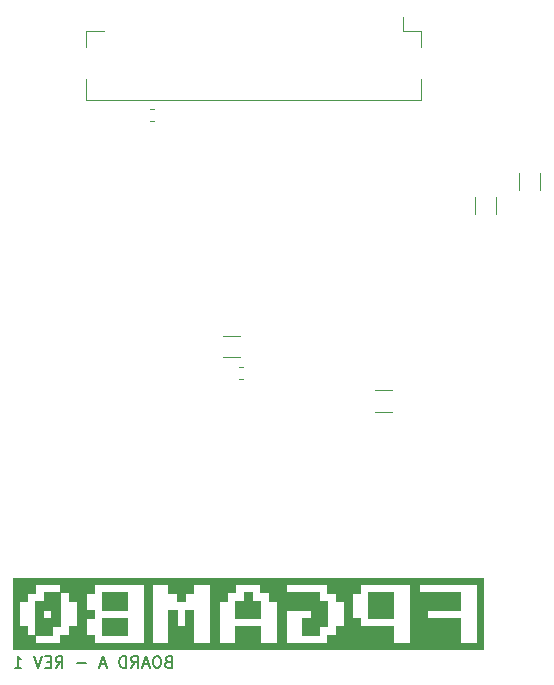
<source format=gbo>
G04 #@! TF.GenerationSoftware,KiCad,Pcbnew,(5.1.10-1-10_14)*
G04 #@! TF.CreationDate,2021-07-08T16:42:05+02:00*
G04 #@! TF.ProjectId,gb-fpga,67622d66-7067-4612-9e6b-696361645f70,rev?*
G04 #@! TF.SameCoordinates,Original*
G04 #@! TF.FileFunction,Legend,Bot*
G04 #@! TF.FilePolarity,Positive*
%FSLAX46Y46*%
G04 Gerber Fmt 4.6, Leading zero omitted, Abs format (unit mm)*
G04 Created by KiCad (PCBNEW (5.1.10-1-10_14)) date 2021-07-08 16:42:05*
%MOMM*%
%LPD*%
G01*
G04 APERTURE LIST*
%ADD10C,0.150000*%
%ADD11C,0.010000*%
%ADD12C,0.120000*%
G04 APERTURE END LIST*
D10*
X33267976Y17921428D02*
X33125119Y17873809D01*
X33077500Y17826190D01*
X33029880Y17730952D01*
X33029880Y17588095D01*
X33077500Y17492857D01*
X33125119Y17445238D01*
X33220357Y17397619D01*
X33601309Y17397619D01*
X33601309Y18397619D01*
X33267976Y18397619D01*
X33172738Y18350000D01*
X33125119Y18302380D01*
X33077500Y18207142D01*
X33077500Y18111904D01*
X33125119Y18016666D01*
X33172738Y17969047D01*
X33267976Y17921428D01*
X33601309Y17921428D01*
X32410833Y18397619D02*
X32220357Y18397619D01*
X32125119Y18350000D01*
X32029880Y18254761D01*
X31982261Y18064285D01*
X31982261Y17730952D01*
X32029880Y17540476D01*
X32125119Y17445238D01*
X32220357Y17397619D01*
X32410833Y17397619D01*
X32506071Y17445238D01*
X32601309Y17540476D01*
X32648928Y17730952D01*
X32648928Y18064285D01*
X32601309Y18254761D01*
X32506071Y18350000D01*
X32410833Y18397619D01*
X31601309Y17683333D02*
X31125119Y17683333D01*
X31696547Y17397619D02*
X31363214Y18397619D01*
X31029880Y17397619D01*
X30125119Y17397619D02*
X30458452Y17873809D01*
X30696547Y17397619D02*
X30696547Y18397619D01*
X30315595Y18397619D01*
X30220357Y18350000D01*
X30172738Y18302380D01*
X30125119Y18207142D01*
X30125119Y18064285D01*
X30172738Y17969047D01*
X30220357Y17921428D01*
X30315595Y17873809D01*
X30696547Y17873809D01*
X29696547Y17397619D02*
X29696547Y18397619D01*
X29458452Y18397619D01*
X29315595Y18350000D01*
X29220357Y18254761D01*
X29172738Y18159523D01*
X29125119Y17969047D01*
X29125119Y17826190D01*
X29172738Y17635714D01*
X29220357Y17540476D01*
X29315595Y17445238D01*
X29458452Y17397619D01*
X29696547Y17397619D01*
X27982261Y17683333D02*
X27506071Y17683333D01*
X28077500Y17397619D02*
X27744166Y18397619D01*
X27410833Y17397619D01*
X26315595Y17778571D02*
X25553690Y17778571D01*
X23744166Y17397619D02*
X24077500Y17873809D01*
X24315595Y17397619D02*
X24315595Y18397619D01*
X23934642Y18397619D01*
X23839404Y18350000D01*
X23791785Y18302380D01*
X23744166Y18207142D01*
X23744166Y18064285D01*
X23791785Y17969047D01*
X23839404Y17921428D01*
X23934642Y17873809D01*
X24315595Y17873809D01*
X23315595Y17921428D02*
X22982261Y17921428D01*
X22839404Y17397619D02*
X23315595Y17397619D01*
X23315595Y18397619D01*
X22839404Y18397619D01*
X22553690Y18397619D02*
X22220357Y17397619D01*
X21887023Y18397619D01*
X20267976Y17397619D02*
X20839404Y17397619D01*
X20553690Y17397619D02*
X20553690Y18397619D01*
X20648928Y18254761D01*
X20744166Y18159523D01*
X20839404Y18111904D01*
D11*
G36*
X20153333Y18952000D02*
G01*
X59946666Y18952000D01*
X59946666Y24455333D01*
X59438666Y24455333D01*
X59438666Y19460000D01*
X57999333Y19460000D01*
X57999333Y21576667D01*
X55205333Y21576667D01*
X55205333Y22254000D01*
X57999333Y22254000D01*
X57999333Y23778000D01*
X54528000Y23778000D01*
X54528000Y24455333D01*
X53766000Y24455333D01*
X53766000Y19460000D01*
X52326666Y19460000D01*
X52326666Y20899333D01*
X49532666Y20899333D01*
X49532666Y21576667D01*
X48855333Y21576667D01*
X48855333Y23016000D01*
X48178000Y23016000D01*
X48178000Y20899333D01*
X47500666Y20899333D01*
X47500666Y20137333D01*
X46738666Y20137333D01*
X46738666Y19460000D01*
X43267333Y19460000D01*
X43267333Y22254000D01*
X45384000Y22254000D01*
X45384000Y21576667D01*
X44622000Y21576667D01*
X44622000Y20137333D01*
X46061333Y20137333D01*
X46061333Y20899333D01*
X46738666Y20899333D01*
X46738666Y23016000D01*
X46061333Y23016000D01*
X42505333Y23016000D01*
X42505333Y19460000D01*
X41066000Y19460000D01*
X41066000Y20899333D01*
X38949333Y20899333D01*
X38949333Y19460000D01*
X37594666Y19460000D01*
X37594666Y23016000D01*
X38272000Y23016000D01*
X38272000Y23778000D01*
X38949333Y23778000D01*
X38949333Y24455333D01*
X36832666Y24455333D01*
X36832666Y19460000D01*
X35393333Y19460000D01*
X35393333Y22254000D01*
X34716000Y22254000D01*
X34716000Y20899333D01*
X34038666Y20899333D01*
X34038666Y22254000D01*
X33276666Y22254000D01*
X33276666Y19460000D01*
X31922000Y19460000D01*
X31922000Y24455333D01*
X31244666Y24455333D01*
X31244666Y19460000D01*
X27011333Y19460000D01*
X27011333Y20137333D01*
X26334000Y20137333D01*
X26334000Y21576667D01*
X27011333Y21576667D01*
X27011333Y22254000D01*
X26334000Y22254000D01*
X26334000Y23016000D01*
X25572000Y23016000D01*
X25572000Y20899333D01*
X24894666Y20899333D01*
X24894666Y20137333D01*
X24132666Y20137333D01*
X24132666Y19460000D01*
X22016000Y19460000D01*
X22016000Y20137333D01*
X21338666Y20137333D01*
X21338666Y20899333D01*
X20661333Y20899333D01*
X20661333Y23016000D01*
X21338666Y23016000D01*
X21338666Y23693333D01*
X22016000Y23693333D01*
X22016000Y24455333D01*
X24132666Y24455333D01*
X24132666Y23778000D01*
X24894666Y23778000D01*
X24894666Y23016000D01*
X25572000Y23016000D01*
X26334000Y23016000D01*
X26334000Y23693333D01*
X27011333Y23693333D01*
X27011333Y24455333D01*
X31244666Y24455333D01*
X31922000Y24455333D01*
X33276666Y24455333D01*
X33276666Y23693333D01*
X34038666Y23693333D01*
X34038666Y23016000D01*
X34716000Y23016000D01*
X34716000Y23693333D01*
X35393333Y23693333D01*
X35393333Y24455333D01*
X36832666Y24455333D01*
X38949333Y24455333D01*
X41066000Y24455333D01*
X41066000Y23778000D01*
X41828000Y23778000D01*
X41828000Y23016000D01*
X42505333Y23016000D01*
X46061333Y23016000D01*
X46061333Y23778000D01*
X43267333Y23778000D01*
X43267333Y24455333D01*
X46738666Y24455333D01*
X46738666Y23693333D01*
X47500666Y23693333D01*
X47500666Y23016000D01*
X48178000Y23016000D01*
X48855333Y23016000D01*
X48855333Y23693333D01*
X49532666Y23693333D01*
X49532666Y24455333D01*
X53766000Y24455333D01*
X54528000Y24455333D01*
X59438666Y24455333D01*
X59946666Y24455333D01*
X59946666Y24963333D01*
X20153333Y24963333D01*
X20153333Y18952000D01*
G37*
X20153333Y18952000D02*
X59946666Y18952000D01*
X59946666Y24455333D01*
X59438666Y24455333D01*
X59438666Y19460000D01*
X57999333Y19460000D01*
X57999333Y21576667D01*
X55205333Y21576667D01*
X55205333Y22254000D01*
X57999333Y22254000D01*
X57999333Y23778000D01*
X54528000Y23778000D01*
X54528000Y24455333D01*
X53766000Y24455333D01*
X53766000Y19460000D01*
X52326666Y19460000D01*
X52326666Y20899333D01*
X49532666Y20899333D01*
X49532666Y21576667D01*
X48855333Y21576667D01*
X48855333Y23016000D01*
X48178000Y23016000D01*
X48178000Y20899333D01*
X47500666Y20899333D01*
X47500666Y20137333D01*
X46738666Y20137333D01*
X46738666Y19460000D01*
X43267333Y19460000D01*
X43267333Y22254000D01*
X45384000Y22254000D01*
X45384000Y21576667D01*
X44622000Y21576667D01*
X44622000Y20137333D01*
X46061333Y20137333D01*
X46061333Y20899333D01*
X46738666Y20899333D01*
X46738666Y23016000D01*
X46061333Y23016000D01*
X42505333Y23016000D01*
X42505333Y19460000D01*
X41066000Y19460000D01*
X41066000Y20899333D01*
X38949333Y20899333D01*
X38949333Y19460000D01*
X37594666Y19460000D01*
X37594666Y23016000D01*
X38272000Y23016000D01*
X38272000Y23778000D01*
X38949333Y23778000D01*
X38949333Y24455333D01*
X36832666Y24455333D01*
X36832666Y19460000D01*
X35393333Y19460000D01*
X35393333Y22254000D01*
X34716000Y22254000D01*
X34716000Y20899333D01*
X34038666Y20899333D01*
X34038666Y22254000D01*
X33276666Y22254000D01*
X33276666Y19460000D01*
X31922000Y19460000D01*
X31922000Y24455333D01*
X31244666Y24455333D01*
X31244666Y19460000D01*
X27011333Y19460000D01*
X27011333Y20137333D01*
X26334000Y20137333D01*
X26334000Y21576667D01*
X27011333Y21576667D01*
X27011333Y22254000D01*
X26334000Y22254000D01*
X26334000Y23016000D01*
X25572000Y23016000D01*
X25572000Y20899333D01*
X24894666Y20899333D01*
X24894666Y20137333D01*
X24132666Y20137333D01*
X24132666Y19460000D01*
X22016000Y19460000D01*
X22016000Y20137333D01*
X21338666Y20137333D01*
X21338666Y20899333D01*
X20661333Y20899333D01*
X20661333Y23016000D01*
X21338666Y23016000D01*
X21338666Y23693333D01*
X22016000Y23693333D01*
X22016000Y24455333D01*
X24132666Y24455333D01*
X24132666Y23778000D01*
X24894666Y23778000D01*
X24894666Y23016000D01*
X25572000Y23016000D01*
X26334000Y23016000D01*
X26334000Y23693333D01*
X27011333Y23693333D01*
X27011333Y24455333D01*
X31244666Y24455333D01*
X31922000Y24455333D01*
X33276666Y24455333D01*
X33276666Y23693333D01*
X34038666Y23693333D01*
X34038666Y23016000D01*
X34716000Y23016000D01*
X34716000Y23693333D01*
X35393333Y23693333D01*
X35393333Y24455333D01*
X36832666Y24455333D01*
X38949333Y24455333D01*
X41066000Y24455333D01*
X41066000Y23778000D01*
X41828000Y23778000D01*
X41828000Y23016000D01*
X42505333Y23016000D01*
X46061333Y23016000D01*
X46061333Y23778000D01*
X43267333Y23778000D01*
X43267333Y24455333D01*
X46738666Y24455333D01*
X46738666Y23693333D01*
X47500666Y23693333D01*
X47500666Y23016000D01*
X48178000Y23016000D01*
X48855333Y23016000D01*
X48855333Y23693333D01*
X49532666Y23693333D01*
X49532666Y24455333D01*
X53766000Y24455333D01*
X54528000Y24455333D01*
X59438666Y24455333D01*
X59946666Y24455333D01*
X59946666Y24963333D01*
X20153333Y24963333D01*
X20153333Y18952000D01*
G36*
X50210000Y21576667D02*
G01*
X52326666Y21576667D01*
X52326666Y23778000D01*
X50210000Y23778000D01*
X50210000Y21576667D01*
G37*
X50210000Y21576667D02*
X52326666Y21576667D01*
X52326666Y23778000D01*
X50210000Y23778000D01*
X50210000Y21576667D01*
G36*
X39711333Y23016000D02*
G01*
X38949333Y23016000D01*
X38949333Y21576667D01*
X41066000Y21576667D01*
X41066000Y23016000D01*
X40388666Y23016000D01*
X40388666Y23778000D01*
X39711333Y23778000D01*
X39711333Y23016000D01*
G37*
X39711333Y23016000D02*
X38949333Y23016000D01*
X38949333Y21576667D01*
X41066000Y21576667D01*
X41066000Y23016000D01*
X40388666Y23016000D01*
X40388666Y23778000D01*
X39711333Y23778000D01*
X39711333Y23016000D01*
G36*
X27688666Y20137333D02*
G01*
X29805333Y20137333D01*
X29805333Y21576667D01*
X27688666Y21576667D01*
X27688666Y20137333D01*
G37*
X27688666Y20137333D02*
X29805333Y20137333D01*
X29805333Y21576667D01*
X27688666Y21576667D01*
X27688666Y20137333D01*
G36*
X27688666Y22254000D02*
G01*
X29805333Y22254000D01*
X29805333Y23778000D01*
X27688666Y23778000D01*
X27688666Y22254000D01*
G37*
X27688666Y22254000D02*
X29805333Y22254000D01*
X29805333Y23778000D01*
X27688666Y23778000D01*
X27688666Y22254000D01*
G36*
X22778000Y23016000D02*
G01*
X22016000Y23016000D01*
X22016000Y20137333D01*
X23455333Y20137333D01*
X23455333Y20899333D01*
X24132666Y20899333D01*
X24132666Y22254000D01*
X23370666Y22254000D01*
X23370666Y21576667D01*
X22693333Y21576667D01*
X22693333Y22254000D01*
X23370666Y22254000D01*
X24132666Y22254000D01*
X24132666Y23778000D01*
X22778000Y23778000D01*
X22778000Y23016000D01*
G37*
X22778000Y23016000D02*
X22016000Y23016000D01*
X22016000Y20137333D01*
X23455333Y20137333D01*
X23455333Y20899333D01*
X24132666Y20899333D01*
X24132666Y22254000D01*
X23370666Y22254000D01*
X23370666Y21576667D01*
X22693333Y21576667D01*
X22693333Y22254000D01*
X23370666Y22254000D01*
X24132666Y22254000D01*
X24132666Y23778000D01*
X22778000Y23778000D01*
X22778000Y23016000D01*
D12*
X53160000Y71300000D02*
X53160000Y72500000D01*
X26350000Y65500000D02*
X26350000Y67240000D01*
X54650000Y65500000D02*
X26350000Y65500000D01*
X54650000Y67240000D02*
X54650000Y65500000D01*
X26350000Y71300000D02*
X26350000Y69960000D01*
X27840000Y71300000D02*
X26350000Y71300000D01*
X54650000Y71300000D02*
X54650000Y69960000D01*
X53160000Y71300000D02*
X54650000Y71300000D01*
X39580580Y42880000D02*
X39299420Y42880000D01*
X39580580Y41860000D02*
X39299420Y41860000D01*
X32050580Y63670000D02*
X31769420Y63670000D01*
X32050580Y64690000D02*
X31769420Y64690000D01*
X64780000Y59291252D02*
X64780000Y57868748D01*
X62960000Y59291252D02*
X62960000Y57868748D01*
X39326252Y45520000D02*
X37903748Y45520000D01*
X39326252Y43700000D02*
X37903748Y43700000D01*
X52241252Y39080000D02*
X50818748Y39080000D01*
X52241252Y40900000D02*
X50818748Y40900000D01*
X61040000Y55808748D02*
X61040000Y57231252D01*
X59220000Y55808748D02*
X59220000Y57231252D01*
M02*

</source>
